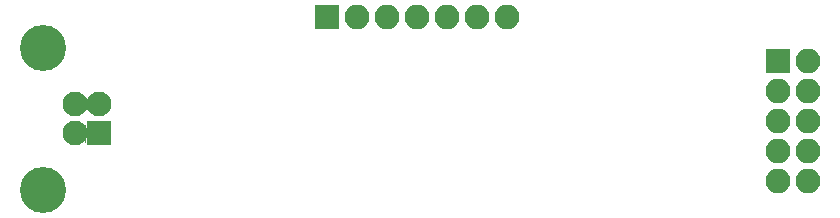
<source format=gbs>
G04 #@! TF.GenerationSoftware,KiCad,Pcbnew,(6.0.8)*
G04 #@! TF.CreationDate,2022-10-26T15:13:27+02:00*
G04 #@! TF.ProjectId,F38C_U2S,46333843-5f55-4325-932e-6b696361645f,1.0*
G04 #@! TF.SameCoordinates,Original*
G04 #@! TF.FileFunction,Soldermask,Bot*
G04 #@! TF.FilePolarity,Negative*
%FSLAX46Y46*%
G04 Gerber Fmt 4.6, Leading zero omitted, Abs format (unit mm)*
G04 Created by KiCad (PCBNEW (6.0.8)) date 2022-10-26 15:13:27*
%MOMM*%
%LPD*%
G01*
G04 APERTURE LIST*
G04 Aperture macros list*
%AMRoundRect*
0 Rectangle with rounded corners*
0 $1 Rounding radius*
0 $2 $3 $4 $5 $6 $7 $8 $9 X,Y pos of 4 corners*
0 Add a 4 corners polygon primitive as box body*
4,1,4,$2,$3,$4,$5,$6,$7,$8,$9,$2,$3,0*
0 Add four circle primitives for the rounded corners*
1,1,$1+$1,$2,$3*
1,1,$1+$1,$4,$5*
1,1,$1+$1,$6,$7*
1,1,$1+$1,$8,$9*
0 Add four rect primitives between the rounded corners*
20,1,$1+$1,$2,$3,$4,$5,0*
20,1,$1+$1,$4,$5,$6,$7,0*
20,1,$1+$1,$6,$7,$8,$9,0*
20,1,$1+$1,$8,$9,$2,$3,0*%
G04 Aperture macros list end*
%ADD10O,2.100000X2.100000*%
%ADD11RoundRect,0.200000X-0.850000X0.850000X-0.850000X-0.850000X0.850000X-0.850000X0.850000X0.850000X0*%
%ADD12RoundRect,0.200000X-0.850000X-0.850000X0.850000X-0.850000X0.850000X0.850000X-0.850000X0.850000X0*%
%ADD13C,3.900000*%
%ADD14C,2.100000*%
%ADD15RoundRect,0.200000X0.850000X0.850000X-0.850000X0.850000X-0.850000X-0.850000X0.850000X-0.850000X0*%
G04 APERTURE END LIST*
D10*
X156591000Y-50165000D03*
X154051000Y-50165000D03*
X151511000Y-50165000D03*
X148971000Y-50165000D03*
X146431000Y-50165000D03*
X143891000Y-50165000D03*
D11*
X141351000Y-50165000D03*
D10*
X182066500Y-64050000D03*
X179526500Y-64050000D03*
X182066500Y-61510000D03*
X179526500Y-61510000D03*
X182066500Y-58970000D03*
X179526500Y-58970000D03*
X182066500Y-56430000D03*
X179526500Y-56430000D03*
X182066500Y-53890000D03*
D12*
X179526500Y-53890000D03*
D13*
X117290000Y-52730000D03*
X117290000Y-64770000D03*
D14*
X120000000Y-60000000D03*
X120000000Y-57500000D03*
X122000000Y-57500000D03*
D15*
X122000000Y-60000000D03*
G36*
X120951725Y-60442296D02*
G01*
X120952000Y-60443308D01*
X120952000Y-60835711D01*
X120951000Y-60837443D01*
X120949000Y-60837443D01*
X120948081Y-60836274D01*
X120928405Y-60769262D01*
X120876062Y-60723907D01*
X120807499Y-60714049D01*
X120746139Y-60741324D01*
X120735566Y-60750118D01*
X120733595Y-60750456D01*
X120732316Y-60748919D01*
X120732773Y-60747273D01*
X120856360Y-60604095D01*
X120948261Y-60442320D01*
X120949986Y-60441308D01*
X120951725Y-60442296D01*
G37*
G36*
X120951469Y-59167866D02*
G01*
X120952000Y-59169223D01*
X120952000Y-59560808D01*
X120951000Y-59562540D01*
X120949000Y-59562540D01*
X120948234Y-59561747D01*
X120872893Y-59420051D01*
X120748031Y-59266955D01*
X120747711Y-59264981D01*
X120749261Y-59263717D01*
X120750470Y-59263899D01*
X120803609Y-59290261D01*
X120872444Y-59282612D01*
X120926202Y-59238975D01*
X120948090Y-59168629D01*
X120949560Y-59167272D01*
X120951469Y-59167866D01*
G37*
G36*
X121001609Y-57802824D02*
G01*
X121002036Y-57803601D01*
X121025604Y-57885793D01*
X121106228Y-58042669D01*
X121106130Y-58044666D01*
X121104351Y-58045581D01*
X121102816Y-58044737D01*
X121099561Y-58040133D01*
X121045036Y-57996938D01*
X120976118Y-57990109D01*
X120914318Y-58021691D01*
X120891557Y-58050919D01*
X120866644Y-58095404D01*
X120866437Y-58095706D01*
X120864082Y-58098538D01*
X120862205Y-58099230D01*
X120860668Y-58097951D01*
X120860805Y-58096271D01*
X120957387Y-57926256D01*
X120998215Y-57803521D01*
X120999711Y-57802193D01*
X121001609Y-57802824D01*
G37*
G36*
X121127980Y-56919703D02*
G01*
X121127875Y-56921408D01*
X121036753Y-57087157D01*
X121001863Y-57197144D01*
X121000386Y-57198492D01*
X120998480Y-57197888D01*
X120998042Y-57197117D01*
X120968914Y-57100641D01*
X120883118Y-56939281D01*
X120883188Y-56937282D01*
X120884954Y-56936343D01*
X120886487Y-56937145D01*
X120902555Y-56958663D01*
X120958187Y-57000413D01*
X121027265Y-57005436D01*
X121088213Y-56972249D01*
X121110204Y-56942433D01*
X121118068Y-56927484D01*
X121118267Y-56927177D01*
X121124551Y-56919206D01*
X121126409Y-56918465D01*
X121127980Y-56919703D01*
G37*
M02*

</source>
